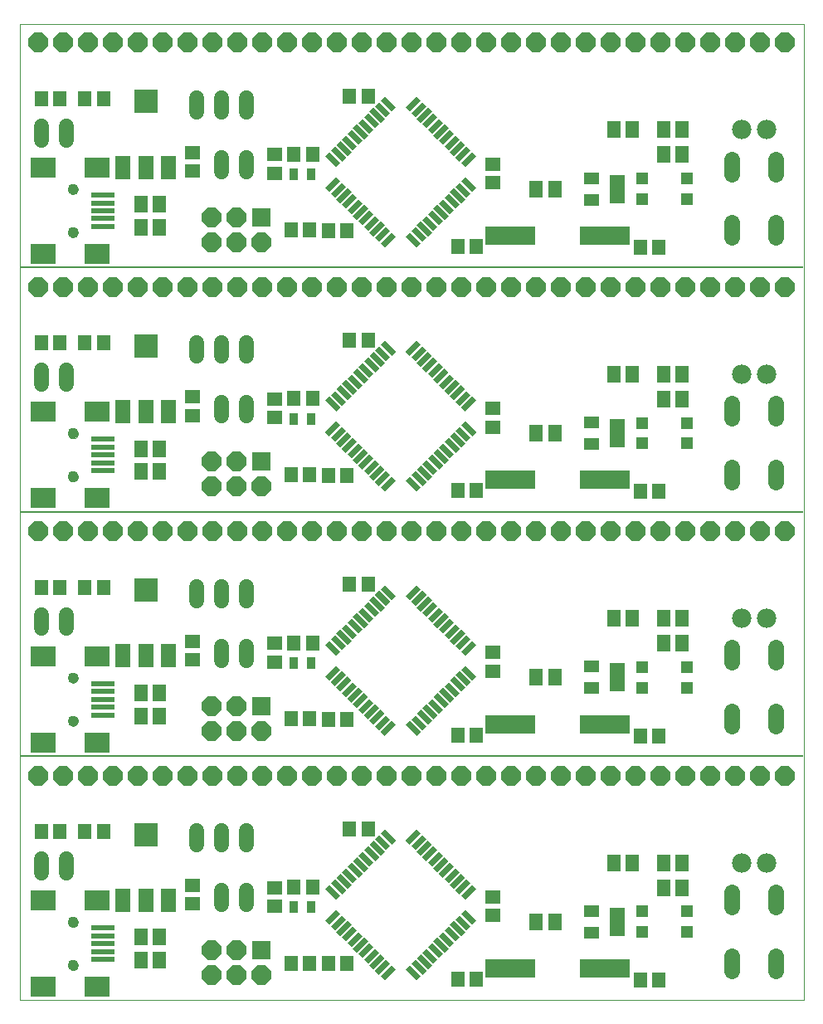
<source format=gts>
G75*
G70*
%OFA0B0*%
%FSLAX24Y24*%
%IPPOS*%
%LPD*%
%AMOC8*
5,1,8,0,0,1.08239X$1,22.5*
%
%ADD10R,3.1500X0.0062*%
%ADD11R,3.1500X0.0063*%
%ADD12C,0.0000*%
%ADD13R,0.0631X0.0237*%
%ADD14R,0.0237X0.0631*%
%ADD15R,0.0552X0.0631*%
%ADD16R,0.0631X0.0552*%
%ADD17R,0.0780X0.0780*%
%ADD18OC8,0.0780*%
%ADD19R,0.0552X0.0670*%
%ADD20C,0.0640*%
%ADD21C,0.0780*%
%ADD22R,0.0985X0.0827*%
%ADD23R,0.0949X0.0237*%
%ADD24C,0.0434*%
%ADD25OC8,0.0800*%
%ADD26R,0.2040X0.0740*%
%ADD27C,0.0600*%
%ADD28R,0.0355X0.0512*%
%ADD29R,0.0640X0.0940*%
%ADD30R,0.0940X0.0940*%
%ADD31R,0.0512X0.0512*%
%ADD32R,0.0591X0.1142*%
%ADD33R,0.0591X0.0512*%
D10*
X015952Y019735D03*
D11*
X015952Y029547D03*
X015952Y029547D03*
X015952Y009922D03*
D12*
X000202Y000141D02*
X000202Y039324D01*
X031698Y039324D01*
X031698Y000141D01*
X000202Y000141D01*
X002148Y001525D02*
X002150Y001552D01*
X002156Y001579D01*
X002165Y001605D01*
X002178Y001629D01*
X002194Y001652D01*
X002213Y001671D01*
X002235Y001688D01*
X002259Y001702D01*
X002284Y001712D01*
X002311Y001719D01*
X002338Y001722D01*
X002366Y001721D01*
X002393Y001716D01*
X002419Y001708D01*
X002443Y001696D01*
X002466Y001680D01*
X002487Y001662D01*
X002504Y001641D01*
X002519Y001617D01*
X002530Y001592D01*
X002538Y001566D01*
X002542Y001539D01*
X002542Y001511D01*
X002538Y001484D01*
X002530Y001458D01*
X002519Y001433D01*
X002504Y001409D01*
X002487Y001388D01*
X002466Y001370D01*
X002444Y001354D01*
X002419Y001342D01*
X002393Y001334D01*
X002366Y001329D01*
X002338Y001328D01*
X002311Y001331D01*
X002284Y001338D01*
X002259Y001348D01*
X002235Y001362D01*
X002213Y001379D01*
X002194Y001398D01*
X002178Y001421D01*
X002165Y001445D01*
X002156Y001471D01*
X002150Y001498D01*
X002148Y001525D01*
X002148Y003257D02*
X002150Y003284D01*
X002156Y003311D01*
X002165Y003337D01*
X002178Y003361D01*
X002194Y003384D01*
X002213Y003403D01*
X002235Y003420D01*
X002259Y003434D01*
X002284Y003444D01*
X002311Y003451D01*
X002338Y003454D01*
X002366Y003453D01*
X002393Y003448D01*
X002419Y003440D01*
X002443Y003428D01*
X002466Y003412D01*
X002487Y003394D01*
X002504Y003373D01*
X002519Y003349D01*
X002530Y003324D01*
X002538Y003298D01*
X002542Y003271D01*
X002542Y003243D01*
X002538Y003216D01*
X002530Y003190D01*
X002519Y003165D01*
X002504Y003141D01*
X002487Y003120D01*
X002466Y003102D01*
X002444Y003086D01*
X002419Y003074D01*
X002393Y003066D01*
X002366Y003061D01*
X002338Y003060D01*
X002311Y003063D01*
X002284Y003070D01*
X002259Y003080D01*
X002235Y003094D01*
X002213Y003111D01*
X002194Y003130D01*
X002178Y003153D01*
X002165Y003177D01*
X002156Y003203D01*
X002150Y003230D01*
X002148Y003257D01*
X002148Y011337D02*
X002150Y011364D01*
X002156Y011391D01*
X002165Y011417D01*
X002178Y011441D01*
X002194Y011464D01*
X002213Y011483D01*
X002235Y011500D01*
X002259Y011514D01*
X002284Y011524D01*
X002311Y011531D01*
X002338Y011534D01*
X002366Y011533D01*
X002393Y011528D01*
X002419Y011520D01*
X002443Y011508D01*
X002466Y011492D01*
X002487Y011474D01*
X002504Y011453D01*
X002519Y011429D01*
X002530Y011404D01*
X002538Y011378D01*
X002542Y011351D01*
X002542Y011323D01*
X002538Y011296D01*
X002530Y011270D01*
X002519Y011245D01*
X002504Y011221D01*
X002487Y011200D01*
X002466Y011182D01*
X002444Y011166D01*
X002419Y011154D01*
X002393Y011146D01*
X002366Y011141D01*
X002338Y011140D01*
X002311Y011143D01*
X002284Y011150D01*
X002259Y011160D01*
X002235Y011174D01*
X002213Y011191D01*
X002194Y011210D01*
X002178Y011233D01*
X002165Y011257D01*
X002156Y011283D01*
X002150Y011310D01*
X002148Y011337D01*
X002148Y013070D02*
X002150Y013097D01*
X002156Y013124D01*
X002165Y013150D01*
X002178Y013174D01*
X002194Y013197D01*
X002213Y013216D01*
X002235Y013233D01*
X002259Y013247D01*
X002284Y013257D01*
X002311Y013264D01*
X002338Y013267D01*
X002366Y013266D01*
X002393Y013261D01*
X002419Y013253D01*
X002443Y013241D01*
X002466Y013225D01*
X002487Y013207D01*
X002504Y013186D01*
X002519Y013162D01*
X002530Y013137D01*
X002538Y013111D01*
X002542Y013084D01*
X002542Y013056D01*
X002538Y013029D01*
X002530Y013003D01*
X002519Y012978D01*
X002504Y012954D01*
X002487Y012933D01*
X002466Y012915D01*
X002444Y012899D01*
X002419Y012887D01*
X002393Y012879D01*
X002366Y012874D01*
X002338Y012873D01*
X002311Y012876D01*
X002284Y012883D01*
X002259Y012893D01*
X002235Y012907D01*
X002213Y012924D01*
X002194Y012943D01*
X002178Y012966D01*
X002165Y012990D01*
X002156Y013016D01*
X002150Y013043D01*
X002148Y013070D01*
X002148Y021150D02*
X002150Y021177D01*
X002156Y021204D01*
X002165Y021230D01*
X002178Y021254D01*
X002194Y021277D01*
X002213Y021296D01*
X002235Y021313D01*
X002259Y021327D01*
X002284Y021337D01*
X002311Y021344D01*
X002338Y021347D01*
X002366Y021346D01*
X002393Y021341D01*
X002419Y021333D01*
X002443Y021321D01*
X002466Y021305D01*
X002487Y021287D01*
X002504Y021266D01*
X002519Y021242D01*
X002530Y021217D01*
X002538Y021191D01*
X002542Y021164D01*
X002542Y021136D01*
X002538Y021109D01*
X002530Y021083D01*
X002519Y021058D01*
X002504Y021034D01*
X002487Y021013D01*
X002466Y020995D01*
X002444Y020979D01*
X002419Y020967D01*
X002393Y020959D01*
X002366Y020954D01*
X002338Y020953D01*
X002311Y020956D01*
X002284Y020963D01*
X002259Y020973D01*
X002235Y020987D01*
X002213Y021004D01*
X002194Y021023D01*
X002178Y021046D01*
X002165Y021070D01*
X002156Y021096D01*
X002150Y021123D01*
X002148Y021150D01*
X002148Y022882D02*
X002150Y022909D01*
X002156Y022936D01*
X002165Y022962D01*
X002178Y022986D01*
X002194Y023009D01*
X002213Y023028D01*
X002235Y023045D01*
X002259Y023059D01*
X002284Y023069D01*
X002311Y023076D01*
X002338Y023079D01*
X002366Y023078D01*
X002393Y023073D01*
X002419Y023065D01*
X002443Y023053D01*
X002466Y023037D01*
X002487Y023019D01*
X002504Y022998D01*
X002519Y022974D01*
X002530Y022949D01*
X002538Y022923D01*
X002542Y022896D01*
X002542Y022868D01*
X002538Y022841D01*
X002530Y022815D01*
X002519Y022790D01*
X002504Y022766D01*
X002487Y022745D01*
X002466Y022727D01*
X002444Y022711D01*
X002419Y022699D01*
X002393Y022691D01*
X002366Y022686D01*
X002338Y022685D01*
X002311Y022688D01*
X002284Y022695D01*
X002259Y022705D01*
X002235Y022719D01*
X002213Y022736D01*
X002194Y022755D01*
X002178Y022778D01*
X002165Y022802D01*
X002156Y022828D01*
X002150Y022855D01*
X002148Y022882D01*
X002148Y030962D02*
X002150Y030989D01*
X002156Y031016D01*
X002165Y031042D01*
X002178Y031066D01*
X002194Y031089D01*
X002213Y031108D01*
X002235Y031125D01*
X002259Y031139D01*
X002284Y031149D01*
X002311Y031156D01*
X002338Y031159D01*
X002366Y031158D01*
X002393Y031153D01*
X002419Y031145D01*
X002443Y031133D01*
X002466Y031117D01*
X002487Y031099D01*
X002504Y031078D01*
X002519Y031054D01*
X002530Y031029D01*
X002538Y031003D01*
X002542Y030976D01*
X002542Y030948D01*
X002538Y030921D01*
X002530Y030895D01*
X002519Y030870D01*
X002504Y030846D01*
X002487Y030825D01*
X002466Y030807D01*
X002444Y030791D01*
X002419Y030779D01*
X002393Y030771D01*
X002366Y030766D01*
X002338Y030765D01*
X002311Y030768D01*
X002284Y030775D01*
X002259Y030785D01*
X002235Y030799D01*
X002213Y030816D01*
X002194Y030835D01*
X002178Y030858D01*
X002165Y030882D01*
X002156Y030908D01*
X002150Y030935D01*
X002148Y030962D01*
X002148Y032695D02*
X002150Y032722D01*
X002156Y032749D01*
X002165Y032775D01*
X002178Y032799D01*
X002194Y032822D01*
X002213Y032841D01*
X002235Y032858D01*
X002259Y032872D01*
X002284Y032882D01*
X002311Y032889D01*
X002338Y032892D01*
X002366Y032891D01*
X002393Y032886D01*
X002419Y032878D01*
X002443Y032866D01*
X002466Y032850D01*
X002487Y032832D01*
X002504Y032811D01*
X002519Y032787D01*
X002530Y032762D01*
X002538Y032736D01*
X002542Y032709D01*
X002542Y032681D01*
X002538Y032654D01*
X002530Y032628D01*
X002519Y032603D01*
X002504Y032579D01*
X002487Y032558D01*
X002466Y032540D01*
X002444Y032524D01*
X002419Y032512D01*
X002393Y032504D01*
X002366Y032499D01*
X002338Y032498D01*
X002311Y032501D01*
X002284Y032508D01*
X002259Y032518D01*
X002235Y032532D01*
X002213Y032549D01*
X002194Y032568D01*
X002178Y032591D01*
X002165Y032615D01*
X002156Y032641D01*
X002150Y032668D01*
X002148Y032695D01*
D13*
G36*
X013091Y033030D02*
X012646Y032585D01*
X012479Y032752D01*
X012924Y033197D01*
X013091Y033030D01*
G37*
G36*
X013314Y032807D02*
X012869Y032362D01*
X012702Y032529D01*
X013147Y032974D01*
X013314Y032807D01*
G37*
G36*
X013537Y032584D02*
X013092Y032139D01*
X012925Y032306D01*
X013370Y032751D01*
X013537Y032584D01*
G37*
G36*
X013759Y032362D02*
X013314Y031917D01*
X013147Y032084D01*
X013592Y032529D01*
X013759Y032362D01*
G37*
G36*
X013982Y032139D02*
X013537Y031694D01*
X013370Y031861D01*
X013815Y032306D01*
X013982Y032139D01*
G37*
G36*
X014205Y031916D02*
X013760Y031471D01*
X013593Y031638D01*
X014038Y032083D01*
X014205Y031916D01*
G37*
G36*
X014427Y031693D02*
X013982Y031248D01*
X013815Y031415D01*
X014260Y031860D01*
X014427Y031693D01*
G37*
G36*
X014650Y031471D02*
X014205Y031026D01*
X014038Y031193D01*
X014483Y031638D01*
X014650Y031471D01*
G37*
G36*
X014873Y031248D02*
X014428Y030803D01*
X014261Y030970D01*
X014706Y031415D01*
X014873Y031248D01*
G37*
G36*
X015096Y031025D02*
X014651Y030580D01*
X014484Y030747D01*
X014929Y031192D01*
X015096Y031025D01*
G37*
G36*
X015318Y030803D02*
X014873Y030358D01*
X014706Y030525D01*
X015151Y030970D01*
X015318Y030803D01*
G37*
G36*
X018325Y034255D02*
X017880Y033810D01*
X017713Y033977D01*
X018158Y034422D01*
X018325Y034255D01*
G37*
G36*
X018548Y034032D02*
X018103Y033587D01*
X017936Y033754D01*
X018381Y034199D01*
X018548Y034032D01*
G37*
G36*
X018102Y034477D02*
X017657Y034032D01*
X017490Y034199D01*
X017935Y034644D01*
X018102Y034477D01*
G37*
G36*
X017879Y034700D02*
X017434Y034255D01*
X017267Y034422D01*
X017712Y034867D01*
X017879Y034700D01*
G37*
G36*
X017657Y034923D02*
X017212Y034478D01*
X017045Y034645D01*
X017490Y035090D01*
X017657Y034923D01*
G37*
G36*
X017434Y035145D02*
X016989Y034700D01*
X016822Y034867D01*
X017267Y035312D01*
X017434Y035145D01*
G37*
G36*
X017211Y035368D02*
X016766Y034923D01*
X016599Y035090D01*
X017044Y035535D01*
X017211Y035368D01*
G37*
G36*
X016989Y035591D02*
X016544Y035146D01*
X016377Y035313D01*
X016822Y035758D01*
X016989Y035591D01*
G37*
G36*
X016766Y035814D02*
X016321Y035369D01*
X016154Y035536D01*
X016599Y035981D01*
X016766Y035814D01*
G37*
G36*
X016543Y036036D02*
X016098Y035591D01*
X015931Y035758D01*
X016376Y036203D01*
X016543Y036036D01*
G37*
G36*
X016320Y036259D02*
X015875Y035814D01*
X015708Y035981D01*
X016153Y036426D01*
X016320Y036259D01*
G37*
G36*
X016320Y026446D02*
X015875Y026001D01*
X015708Y026168D01*
X016153Y026613D01*
X016320Y026446D01*
G37*
G36*
X016543Y026224D02*
X016098Y025779D01*
X015931Y025946D01*
X016376Y026391D01*
X016543Y026224D01*
G37*
G36*
X016766Y026001D02*
X016321Y025556D01*
X016154Y025723D01*
X016599Y026168D01*
X016766Y026001D01*
G37*
G36*
X016989Y025778D02*
X016544Y025333D01*
X016377Y025500D01*
X016822Y025945D01*
X016989Y025778D01*
G37*
G36*
X017211Y025556D02*
X016766Y025111D01*
X016599Y025278D01*
X017044Y025723D01*
X017211Y025556D01*
G37*
G36*
X017434Y025333D02*
X016989Y024888D01*
X016822Y025055D01*
X017267Y025500D01*
X017434Y025333D01*
G37*
G36*
X017657Y025110D02*
X017212Y024665D01*
X017045Y024832D01*
X017490Y025277D01*
X017657Y025110D01*
G37*
G36*
X017879Y024888D02*
X017434Y024443D01*
X017267Y024610D01*
X017712Y025055D01*
X017879Y024888D01*
G37*
G36*
X018102Y024665D02*
X017657Y024220D01*
X017490Y024387D01*
X017935Y024832D01*
X018102Y024665D01*
G37*
G36*
X018325Y024442D02*
X017880Y023997D01*
X017713Y024164D01*
X018158Y024609D01*
X018325Y024442D01*
G37*
G36*
X018548Y024219D02*
X018103Y023774D01*
X017936Y023941D01*
X018381Y024386D01*
X018548Y024219D01*
G37*
G36*
X015318Y020990D02*
X014873Y020545D01*
X014706Y020712D01*
X015151Y021157D01*
X015318Y020990D01*
G37*
G36*
X015096Y021213D02*
X014651Y020768D01*
X014484Y020935D01*
X014929Y021380D01*
X015096Y021213D01*
G37*
G36*
X014873Y021435D02*
X014428Y020990D01*
X014261Y021157D01*
X014706Y021602D01*
X014873Y021435D01*
G37*
G36*
X014650Y021658D02*
X014205Y021213D01*
X014038Y021380D01*
X014483Y021825D01*
X014650Y021658D01*
G37*
G36*
X014427Y021881D02*
X013982Y021436D01*
X013815Y021603D01*
X014260Y022048D01*
X014427Y021881D01*
G37*
G36*
X014205Y022104D02*
X013760Y021659D01*
X013593Y021826D01*
X014038Y022271D01*
X014205Y022104D01*
G37*
G36*
X013982Y022326D02*
X013537Y021881D01*
X013370Y022048D01*
X013815Y022493D01*
X013982Y022326D01*
G37*
G36*
X013759Y022549D02*
X013314Y022104D01*
X013147Y022271D01*
X013592Y022716D01*
X013759Y022549D01*
G37*
G36*
X013537Y022772D02*
X013092Y022327D01*
X012925Y022494D01*
X013370Y022939D01*
X013537Y022772D01*
G37*
G36*
X013314Y022994D02*
X012869Y022549D01*
X012702Y022716D01*
X013147Y023161D01*
X013314Y022994D01*
G37*
G36*
X013091Y023217D02*
X012646Y022772D01*
X012479Y022939D01*
X012924Y023384D01*
X013091Y023217D01*
G37*
G36*
X016320Y016634D02*
X015875Y016189D01*
X015708Y016356D01*
X016153Y016801D01*
X016320Y016634D01*
G37*
G36*
X016543Y016411D02*
X016098Y015966D01*
X015931Y016133D01*
X016376Y016578D01*
X016543Y016411D01*
G37*
G36*
X016766Y016189D02*
X016321Y015744D01*
X016154Y015911D01*
X016599Y016356D01*
X016766Y016189D01*
G37*
G36*
X016989Y015966D02*
X016544Y015521D01*
X016377Y015688D01*
X016822Y016133D01*
X016989Y015966D01*
G37*
G36*
X017211Y015743D02*
X016766Y015298D01*
X016599Y015465D01*
X017044Y015910D01*
X017211Y015743D01*
G37*
G36*
X017434Y015520D02*
X016989Y015075D01*
X016822Y015242D01*
X017267Y015687D01*
X017434Y015520D01*
G37*
G36*
X017657Y015298D02*
X017212Y014853D01*
X017045Y015020D01*
X017490Y015465D01*
X017657Y015298D01*
G37*
G36*
X017879Y015075D02*
X017434Y014630D01*
X017267Y014797D01*
X017712Y015242D01*
X017879Y015075D01*
G37*
G36*
X018102Y014852D02*
X017657Y014407D01*
X017490Y014574D01*
X017935Y015019D01*
X018102Y014852D01*
G37*
G36*
X018325Y014630D02*
X017880Y014185D01*
X017713Y014352D01*
X018158Y014797D01*
X018325Y014630D01*
G37*
G36*
X018548Y014407D02*
X018103Y013962D01*
X017936Y014129D01*
X018381Y014574D01*
X018548Y014407D01*
G37*
G36*
X015318Y011178D02*
X014873Y010733D01*
X014706Y010900D01*
X015151Y011345D01*
X015318Y011178D01*
G37*
G36*
X015096Y011400D02*
X014651Y010955D01*
X014484Y011122D01*
X014929Y011567D01*
X015096Y011400D01*
G37*
G36*
X014873Y011623D02*
X014428Y011178D01*
X014261Y011345D01*
X014706Y011790D01*
X014873Y011623D01*
G37*
G36*
X014650Y011846D02*
X014205Y011401D01*
X014038Y011568D01*
X014483Y012013D01*
X014650Y011846D01*
G37*
G36*
X014427Y012068D02*
X013982Y011623D01*
X013815Y011790D01*
X014260Y012235D01*
X014427Y012068D01*
G37*
G36*
X014205Y012291D02*
X013760Y011846D01*
X013593Y012013D01*
X014038Y012458D01*
X014205Y012291D01*
G37*
G36*
X013982Y012514D02*
X013537Y012069D01*
X013370Y012236D01*
X013815Y012681D01*
X013982Y012514D01*
G37*
G36*
X013759Y012737D02*
X013314Y012292D01*
X013147Y012459D01*
X013592Y012904D01*
X013759Y012737D01*
G37*
G36*
X013537Y012959D02*
X013092Y012514D01*
X012925Y012681D01*
X013370Y013126D01*
X013537Y012959D01*
G37*
G36*
X013314Y013182D02*
X012869Y012737D01*
X012702Y012904D01*
X013147Y013349D01*
X013314Y013182D01*
G37*
G36*
X013091Y013405D02*
X012646Y012960D01*
X012479Y013127D01*
X012924Y013572D01*
X013091Y013405D01*
G37*
G36*
X016320Y006821D02*
X015875Y006376D01*
X015708Y006543D01*
X016153Y006988D01*
X016320Y006821D01*
G37*
G36*
X016543Y006599D02*
X016098Y006154D01*
X015931Y006321D01*
X016376Y006766D01*
X016543Y006599D01*
G37*
G36*
X016766Y006376D02*
X016321Y005931D01*
X016154Y006098D01*
X016599Y006543D01*
X016766Y006376D01*
G37*
G36*
X016989Y006153D02*
X016544Y005708D01*
X016377Y005875D01*
X016822Y006320D01*
X016989Y006153D01*
G37*
G36*
X017211Y005931D02*
X016766Y005486D01*
X016599Y005653D01*
X017044Y006098D01*
X017211Y005931D01*
G37*
G36*
X017434Y005708D02*
X016989Y005263D01*
X016822Y005430D01*
X017267Y005875D01*
X017434Y005708D01*
G37*
G36*
X017657Y005485D02*
X017212Y005040D01*
X017045Y005207D01*
X017490Y005652D01*
X017657Y005485D01*
G37*
G36*
X017879Y005263D02*
X017434Y004818D01*
X017267Y004985D01*
X017712Y005430D01*
X017879Y005263D01*
G37*
G36*
X018102Y005040D02*
X017657Y004595D01*
X017490Y004762D01*
X017935Y005207D01*
X018102Y005040D01*
G37*
G36*
X018325Y004817D02*
X017880Y004372D01*
X017713Y004539D01*
X018158Y004984D01*
X018325Y004817D01*
G37*
G36*
X018548Y004594D02*
X018103Y004149D01*
X017936Y004316D01*
X018381Y004761D01*
X018548Y004594D01*
G37*
G36*
X015318Y001365D02*
X014873Y000920D01*
X014706Y001087D01*
X015151Y001532D01*
X015318Y001365D01*
G37*
G36*
X015096Y001588D02*
X014651Y001143D01*
X014484Y001310D01*
X014929Y001755D01*
X015096Y001588D01*
G37*
G36*
X014873Y001810D02*
X014428Y001365D01*
X014261Y001532D01*
X014706Y001977D01*
X014873Y001810D01*
G37*
G36*
X014650Y002033D02*
X014205Y001588D01*
X014038Y001755D01*
X014483Y002200D01*
X014650Y002033D01*
G37*
G36*
X014427Y002256D02*
X013982Y001811D01*
X013815Y001978D01*
X014260Y002423D01*
X014427Y002256D01*
G37*
G36*
X014205Y002479D02*
X013760Y002034D01*
X013593Y002201D01*
X014038Y002646D01*
X014205Y002479D01*
G37*
G36*
X013982Y002701D02*
X013537Y002256D01*
X013370Y002423D01*
X013815Y002868D01*
X013982Y002701D01*
G37*
G36*
X013759Y002924D02*
X013314Y002479D01*
X013147Y002646D01*
X013592Y003091D01*
X013759Y002924D01*
G37*
G36*
X013537Y003147D02*
X013092Y002702D01*
X012925Y002869D01*
X013370Y003314D01*
X013537Y003147D01*
G37*
G36*
X013314Y003369D02*
X012869Y002924D01*
X012702Y003091D01*
X013147Y003536D01*
X013314Y003369D01*
G37*
G36*
X013091Y003592D02*
X012646Y003147D01*
X012479Y003314D01*
X012924Y003759D01*
X013091Y003592D01*
G37*
D14*
G36*
X013091Y004316D02*
X012924Y004149D01*
X012479Y004594D01*
X012646Y004761D01*
X013091Y004316D01*
G37*
G36*
X013314Y004539D02*
X013147Y004372D01*
X012702Y004817D01*
X012869Y004984D01*
X013314Y004539D01*
G37*
G36*
X013537Y004762D02*
X013370Y004595D01*
X012925Y005040D01*
X013092Y005207D01*
X013537Y004762D01*
G37*
G36*
X013759Y004985D02*
X013592Y004818D01*
X013147Y005263D01*
X013314Y005430D01*
X013759Y004985D01*
G37*
G36*
X013982Y005207D02*
X013815Y005040D01*
X013370Y005485D01*
X013537Y005652D01*
X013982Y005207D01*
G37*
G36*
X014205Y005430D02*
X014038Y005263D01*
X013593Y005708D01*
X013760Y005875D01*
X014205Y005430D01*
G37*
G36*
X014427Y005653D02*
X014260Y005486D01*
X013815Y005931D01*
X013982Y006098D01*
X014427Y005653D01*
G37*
G36*
X014650Y005875D02*
X014483Y005708D01*
X014038Y006153D01*
X014205Y006320D01*
X014650Y005875D01*
G37*
G36*
X014873Y006098D02*
X014706Y005931D01*
X014261Y006376D01*
X014428Y006543D01*
X014873Y006098D01*
G37*
G36*
X015096Y006321D02*
X014929Y006154D01*
X014484Y006599D01*
X014651Y006766D01*
X015096Y006321D01*
G37*
G36*
X015318Y006543D02*
X015151Y006376D01*
X014706Y006821D01*
X014873Y006988D01*
X015318Y006543D01*
G37*
G36*
X018548Y003314D02*
X018381Y003147D01*
X017936Y003592D01*
X018103Y003759D01*
X018548Y003314D01*
G37*
G36*
X018325Y003091D02*
X018158Y002924D01*
X017713Y003369D01*
X017880Y003536D01*
X018325Y003091D01*
G37*
G36*
X018102Y002869D02*
X017935Y002702D01*
X017490Y003147D01*
X017657Y003314D01*
X018102Y002869D01*
G37*
G36*
X017879Y002646D02*
X017712Y002479D01*
X017267Y002924D01*
X017434Y003091D01*
X017879Y002646D01*
G37*
G36*
X017657Y002423D02*
X017490Y002256D01*
X017045Y002701D01*
X017212Y002868D01*
X017657Y002423D01*
G37*
G36*
X017434Y002201D02*
X017267Y002034D01*
X016822Y002479D01*
X016989Y002646D01*
X017434Y002201D01*
G37*
G36*
X017211Y001978D02*
X017044Y001811D01*
X016599Y002256D01*
X016766Y002423D01*
X017211Y001978D01*
G37*
G36*
X016989Y001755D02*
X016822Y001588D01*
X016377Y002033D01*
X016544Y002200D01*
X016989Y001755D01*
G37*
G36*
X016766Y001532D02*
X016599Y001365D01*
X016154Y001810D01*
X016321Y001977D01*
X016766Y001532D01*
G37*
G36*
X016543Y001310D02*
X016376Y001143D01*
X015931Y001588D01*
X016098Y001755D01*
X016543Y001310D01*
G37*
G36*
X016320Y001087D02*
X016153Y000920D01*
X015708Y001365D01*
X015875Y001532D01*
X016320Y001087D01*
G37*
G36*
X016320Y010900D02*
X016153Y010733D01*
X015708Y011178D01*
X015875Y011345D01*
X016320Y010900D01*
G37*
G36*
X016543Y011122D02*
X016376Y010955D01*
X015931Y011400D01*
X016098Y011567D01*
X016543Y011122D01*
G37*
G36*
X016766Y011345D02*
X016599Y011178D01*
X016154Y011623D01*
X016321Y011790D01*
X016766Y011345D01*
G37*
G36*
X016989Y011568D02*
X016822Y011401D01*
X016377Y011846D01*
X016544Y012013D01*
X016989Y011568D01*
G37*
G36*
X017211Y011790D02*
X017044Y011623D01*
X016599Y012068D01*
X016766Y012235D01*
X017211Y011790D01*
G37*
G36*
X017434Y012013D02*
X017267Y011846D01*
X016822Y012291D01*
X016989Y012458D01*
X017434Y012013D01*
G37*
G36*
X017657Y012236D02*
X017490Y012069D01*
X017045Y012514D01*
X017212Y012681D01*
X017657Y012236D01*
G37*
G36*
X017879Y012459D02*
X017712Y012292D01*
X017267Y012737D01*
X017434Y012904D01*
X017879Y012459D01*
G37*
G36*
X018102Y012681D02*
X017935Y012514D01*
X017490Y012959D01*
X017657Y013126D01*
X018102Y012681D01*
G37*
G36*
X018325Y012904D02*
X018158Y012737D01*
X017713Y013182D01*
X017880Y013349D01*
X018325Y012904D01*
G37*
G36*
X018548Y013127D02*
X018381Y012960D01*
X017936Y013405D01*
X018103Y013572D01*
X018548Y013127D01*
G37*
G36*
X015318Y016356D02*
X015151Y016189D01*
X014706Y016634D01*
X014873Y016801D01*
X015318Y016356D01*
G37*
G36*
X015096Y016133D02*
X014929Y015966D01*
X014484Y016411D01*
X014651Y016578D01*
X015096Y016133D01*
G37*
G36*
X014873Y015911D02*
X014706Y015744D01*
X014261Y016189D01*
X014428Y016356D01*
X014873Y015911D01*
G37*
G36*
X014650Y015688D02*
X014483Y015521D01*
X014038Y015966D01*
X014205Y016133D01*
X014650Y015688D01*
G37*
G36*
X014427Y015465D02*
X014260Y015298D01*
X013815Y015743D01*
X013982Y015910D01*
X014427Y015465D01*
G37*
G36*
X014205Y015242D02*
X014038Y015075D01*
X013593Y015520D01*
X013760Y015687D01*
X014205Y015242D01*
G37*
G36*
X013982Y015020D02*
X013815Y014853D01*
X013370Y015298D01*
X013537Y015465D01*
X013982Y015020D01*
G37*
G36*
X013759Y014797D02*
X013592Y014630D01*
X013147Y015075D01*
X013314Y015242D01*
X013759Y014797D01*
G37*
G36*
X013537Y014574D02*
X013370Y014407D01*
X012925Y014852D01*
X013092Y015019D01*
X013537Y014574D01*
G37*
G36*
X013314Y014352D02*
X013147Y014185D01*
X012702Y014630D01*
X012869Y014797D01*
X013314Y014352D01*
G37*
G36*
X013091Y014129D02*
X012924Y013962D01*
X012479Y014407D01*
X012646Y014574D01*
X013091Y014129D01*
G37*
G36*
X016320Y020712D02*
X016153Y020545D01*
X015708Y020990D01*
X015875Y021157D01*
X016320Y020712D01*
G37*
G36*
X016543Y020935D02*
X016376Y020768D01*
X015931Y021213D01*
X016098Y021380D01*
X016543Y020935D01*
G37*
G36*
X016766Y021157D02*
X016599Y020990D01*
X016154Y021435D01*
X016321Y021602D01*
X016766Y021157D01*
G37*
G36*
X016989Y021380D02*
X016822Y021213D01*
X016377Y021658D01*
X016544Y021825D01*
X016989Y021380D01*
G37*
G36*
X017211Y021603D02*
X017044Y021436D01*
X016599Y021881D01*
X016766Y022048D01*
X017211Y021603D01*
G37*
G36*
X017434Y021826D02*
X017267Y021659D01*
X016822Y022104D01*
X016989Y022271D01*
X017434Y021826D01*
G37*
G36*
X017657Y022048D02*
X017490Y021881D01*
X017045Y022326D01*
X017212Y022493D01*
X017657Y022048D01*
G37*
G36*
X017879Y022271D02*
X017712Y022104D01*
X017267Y022549D01*
X017434Y022716D01*
X017879Y022271D01*
G37*
G36*
X018102Y022494D02*
X017935Y022327D01*
X017490Y022772D01*
X017657Y022939D01*
X018102Y022494D01*
G37*
G36*
X018325Y022716D02*
X018158Y022549D01*
X017713Y022994D01*
X017880Y023161D01*
X018325Y022716D01*
G37*
G36*
X018548Y022939D02*
X018381Y022772D01*
X017936Y023217D01*
X018103Y023384D01*
X018548Y022939D01*
G37*
G36*
X015318Y026168D02*
X015151Y026001D01*
X014706Y026446D01*
X014873Y026613D01*
X015318Y026168D01*
G37*
G36*
X015096Y025946D02*
X014929Y025779D01*
X014484Y026224D01*
X014651Y026391D01*
X015096Y025946D01*
G37*
G36*
X014873Y025723D02*
X014706Y025556D01*
X014261Y026001D01*
X014428Y026168D01*
X014873Y025723D01*
G37*
G36*
X014650Y025500D02*
X014483Y025333D01*
X014038Y025778D01*
X014205Y025945D01*
X014650Y025500D01*
G37*
G36*
X014427Y025278D02*
X014260Y025111D01*
X013815Y025556D01*
X013982Y025723D01*
X014427Y025278D01*
G37*
G36*
X014205Y025055D02*
X014038Y024888D01*
X013593Y025333D01*
X013760Y025500D01*
X014205Y025055D01*
G37*
G36*
X013982Y024832D02*
X013815Y024665D01*
X013370Y025110D01*
X013537Y025277D01*
X013982Y024832D01*
G37*
G36*
X013759Y024610D02*
X013592Y024443D01*
X013147Y024888D01*
X013314Y025055D01*
X013759Y024610D01*
G37*
G36*
X013537Y024387D02*
X013370Y024220D01*
X012925Y024665D01*
X013092Y024832D01*
X013537Y024387D01*
G37*
G36*
X013314Y024164D02*
X013147Y023997D01*
X012702Y024442D01*
X012869Y024609D01*
X013314Y024164D01*
G37*
G36*
X013091Y023941D02*
X012924Y023774D01*
X012479Y024219D01*
X012646Y024386D01*
X013091Y023941D01*
G37*
G36*
X016320Y030525D02*
X016153Y030358D01*
X015708Y030803D01*
X015875Y030970D01*
X016320Y030525D01*
G37*
G36*
X016543Y030747D02*
X016376Y030580D01*
X015931Y031025D01*
X016098Y031192D01*
X016543Y030747D01*
G37*
G36*
X016766Y030970D02*
X016599Y030803D01*
X016154Y031248D01*
X016321Y031415D01*
X016766Y030970D01*
G37*
G36*
X016989Y031193D02*
X016822Y031026D01*
X016377Y031471D01*
X016544Y031638D01*
X016989Y031193D01*
G37*
G36*
X017211Y031415D02*
X017044Y031248D01*
X016599Y031693D01*
X016766Y031860D01*
X017211Y031415D01*
G37*
G36*
X017434Y031638D02*
X017267Y031471D01*
X016822Y031916D01*
X016989Y032083D01*
X017434Y031638D01*
G37*
G36*
X017657Y031861D02*
X017490Y031694D01*
X017045Y032139D01*
X017212Y032306D01*
X017657Y031861D01*
G37*
G36*
X017879Y032084D02*
X017712Y031917D01*
X017267Y032362D01*
X017434Y032529D01*
X017879Y032084D01*
G37*
G36*
X018102Y032306D02*
X017935Y032139D01*
X017490Y032584D01*
X017657Y032751D01*
X018102Y032306D01*
G37*
G36*
X018325Y032529D02*
X018158Y032362D01*
X017713Y032807D01*
X017880Y032974D01*
X018325Y032529D01*
G37*
G36*
X018548Y032752D02*
X018381Y032585D01*
X017936Y033030D01*
X018103Y033197D01*
X018548Y032752D01*
G37*
G36*
X015318Y035981D02*
X015151Y035814D01*
X014706Y036259D01*
X014873Y036426D01*
X015318Y035981D01*
G37*
G36*
X015096Y035758D02*
X014929Y035591D01*
X014484Y036036D01*
X014651Y036203D01*
X015096Y035758D01*
G37*
G36*
X014873Y035536D02*
X014706Y035369D01*
X014261Y035814D01*
X014428Y035981D01*
X014873Y035536D01*
G37*
G36*
X014650Y035313D02*
X014483Y035146D01*
X014038Y035591D01*
X014205Y035758D01*
X014650Y035313D01*
G37*
G36*
X014427Y035090D02*
X014260Y034923D01*
X013815Y035368D01*
X013982Y035535D01*
X014427Y035090D01*
G37*
G36*
X014205Y034867D02*
X014038Y034700D01*
X013593Y035145D01*
X013760Y035312D01*
X014205Y034867D01*
G37*
G36*
X013982Y034645D02*
X013815Y034478D01*
X013370Y034923D01*
X013537Y035090D01*
X013982Y034645D01*
G37*
G36*
X013759Y034422D02*
X013592Y034255D01*
X013147Y034700D01*
X013314Y034867D01*
X013759Y034422D01*
G37*
G36*
X013537Y034199D02*
X013370Y034032D01*
X012925Y034477D01*
X013092Y034644D01*
X013537Y034199D01*
G37*
G36*
X013314Y033977D02*
X013147Y033810D01*
X012702Y034255D01*
X012869Y034422D01*
X013314Y033977D01*
G37*
G36*
X013091Y033754D02*
X012924Y033587D01*
X012479Y034032D01*
X012646Y034199D01*
X013091Y033754D01*
G37*
D15*
X011966Y034094D03*
X011218Y034094D03*
X011108Y031049D03*
X011856Y031049D03*
X012603Y031019D03*
X013351Y031019D03*
X013463Y026631D03*
X014211Y026631D03*
X011966Y024281D03*
X011218Y024281D03*
X011108Y021236D03*
X011856Y021236D03*
X012603Y021206D03*
X013351Y021206D03*
X013463Y016819D03*
X014211Y016819D03*
X011966Y014469D03*
X011218Y014469D03*
X011108Y011424D03*
X011856Y011424D03*
X012603Y011394D03*
X013351Y011394D03*
X013463Y007006D03*
X014211Y007006D03*
X011966Y004656D03*
X011218Y004656D03*
X011108Y001611D03*
X011856Y001611D03*
X012603Y001581D03*
X013351Y001581D03*
X017803Y000961D03*
X018551Y000961D03*
X025133Y000931D03*
X025881Y000931D03*
X025881Y010744D03*
X025133Y010744D03*
X018551Y010774D03*
X017803Y010774D03*
X017803Y020586D03*
X018551Y020586D03*
X025133Y020556D03*
X025881Y020556D03*
X025881Y030369D03*
X025133Y030369D03*
X018551Y030399D03*
X017803Y030399D03*
X014211Y036444D03*
X013463Y036444D03*
X003576Y036329D03*
X002828Y036329D03*
X001826Y036329D03*
X001078Y036329D03*
X001078Y026516D03*
X001826Y026516D03*
X002828Y026516D03*
X003576Y026516D03*
X003576Y016704D03*
X002828Y016704D03*
X001826Y016704D03*
X001078Y016704D03*
X001078Y006891D03*
X001826Y006891D03*
X002828Y006891D03*
X003576Y006891D03*
D16*
X007147Y004730D03*
X007147Y003982D03*
X010452Y003892D03*
X010452Y004640D03*
X010452Y013705D03*
X010452Y014453D03*
X007147Y014543D03*
X007147Y013795D03*
X007147Y023607D03*
X007147Y024355D03*
X010452Y024265D03*
X010452Y023517D03*
X010452Y033330D03*
X010452Y034078D03*
X007147Y034168D03*
X007147Y033420D03*
X019202Y033703D03*
X019202Y032955D03*
X019202Y023890D03*
X019202Y023142D03*
X019202Y014078D03*
X019202Y013330D03*
X019202Y004265D03*
X019202Y003517D03*
D17*
X009902Y002131D03*
X009902Y011944D03*
X009902Y021756D03*
X009902Y031569D03*
D18*
X009902Y030569D03*
X008902Y030569D03*
X008902Y031569D03*
X007902Y031569D03*
X007902Y030569D03*
X007902Y021756D03*
X008902Y021756D03*
X008902Y020756D03*
X007902Y020756D03*
X009902Y020756D03*
X008902Y011944D03*
X008902Y010944D03*
X007902Y010944D03*
X007902Y011944D03*
X009902Y010944D03*
X008902Y002131D03*
X008902Y001131D03*
X007902Y001131D03*
X007902Y002131D03*
X009902Y001131D03*
D19*
X005826Y001731D03*
X005826Y002651D03*
X005078Y002651D03*
X005078Y001731D03*
X005078Y011544D03*
X005078Y012464D03*
X005826Y012464D03*
X005826Y011544D03*
X005826Y021356D03*
X005826Y022276D03*
X005078Y022276D03*
X005078Y021356D03*
X005078Y031169D03*
X005078Y032089D03*
X005826Y032089D03*
X005826Y031169D03*
X020953Y032704D03*
X021701Y032704D03*
X024078Y035079D03*
X024826Y035079D03*
X026078Y035079D03*
X026826Y035079D03*
X026826Y034079D03*
X026078Y034079D03*
X026078Y025266D03*
X026826Y025266D03*
X026826Y024266D03*
X026078Y024266D03*
X024826Y025266D03*
X024078Y025266D03*
X021701Y022891D03*
X020953Y022891D03*
X024078Y015454D03*
X024826Y015454D03*
X026078Y015454D03*
X026078Y014454D03*
X026826Y014454D03*
X026826Y015454D03*
X021701Y013079D03*
X020953Y013079D03*
X024078Y005641D03*
X024826Y005641D03*
X026078Y005641D03*
X026078Y004641D03*
X026826Y004641D03*
X026826Y005641D03*
X021701Y003266D03*
X020953Y003266D03*
D20*
X028812Y003871D02*
X028812Y004471D01*
X030592Y004471D02*
X030592Y003871D01*
X030592Y001911D02*
X030592Y001311D01*
X028812Y001311D02*
X028812Y001911D01*
X028812Y011124D02*
X028812Y011724D01*
X028812Y013684D02*
X028812Y014284D01*
X030592Y014284D02*
X030592Y013684D01*
X030592Y011724D02*
X030592Y011124D01*
X030592Y020936D02*
X030592Y021536D01*
X030592Y023496D02*
X030592Y024096D01*
X028812Y024096D02*
X028812Y023496D01*
X028812Y021536D02*
X028812Y020936D01*
X028812Y030749D02*
X028812Y031349D01*
X028812Y033309D02*
X028812Y033909D01*
X030592Y033909D02*
X030592Y033309D01*
X030592Y031349D02*
X030592Y030749D01*
D21*
X030202Y035079D03*
X029202Y035079D03*
X029202Y025266D03*
X030202Y025266D03*
X030202Y015454D03*
X029202Y015454D03*
X029202Y005641D03*
X030202Y005641D03*
D22*
X003330Y004123D03*
X001164Y004123D03*
X001164Y000659D03*
X003330Y000659D03*
X003330Y010471D03*
X001164Y010471D03*
X001164Y013936D03*
X003330Y013936D03*
X003330Y020284D03*
X001164Y020284D03*
X001164Y023748D03*
X003330Y023748D03*
X003330Y030096D03*
X001164Y030096D03*
X001164Y033561D03*
X003330Y033561D03*
D23*
X003552Y032459D03*
X003552Y032144D03*
X003552Y031829D03*
X003552Y031514D03*
X003552Y031199D03*
X003552Y022646D03*
X003552Y022331D03*
X003552Y022016D03*
X003552Y021701D03*
X003552Y021386D03*
X003552Y012834D03*
X003552Y012519D03*
X003552Y012204D03*
X003552Y011889D03*
X003552Y011574D03*
X003552Y003021D03*
X003552Y002706D03*
X003552Y002391D03*
X003552Y002076D03*
X003552Y001761D03*
D24*
X002345Y001525D03*
X002345Y003257D03*
X002345Y011337D03*
X002345Y013070D03*
X002345Y021150D03*
X002345Y022882D03*
X002345Y030962D03*
X002345Y032695D03*
D25*
X001952Y028766D03*
X002952Y028766D03*
X003952Y028766D03*
X004952Y028766D03*
X005952Y028766D03*
X006952Y028766D03*
X007952Y028766D03*
X008952Y028766D03*
X009952Y028766D03*
X010952Y028766D03*
X011952Y028766D03*
X012952Y028766D03*
X013952Y028766D03*
X014952Y028766D03*
X015952Y028766D03*
X016952Y028766D03*
X017952Y028766D03*
X018952Y028766D03*
X019952Y028766D03*
X020952Y028766D03*
X021952Y028766D03*
X022952Y028766D03*
X023952Y028766D03*
X024952Y028766D03*
X025952Y028766D03*
X026952Y028766D03*
X027952Y028766D03*
X028952Y028766D03*
X029952Y028766D03*
X030952Y028766D03*
X030952Y018954D03*
X029952Y018954D03*
X028952Y018954D03*
X027952Y018954D03*
X026952Y018954D03*
X025952Y018954D03*
X024952Y018954D03*
X023952Y018954D03*
X022952Y018954D03*
X021952Y018954D03*
X020952Y018954D03*
X019952Y018954D03*
X018952Y018954D03*
X017952Y018954D03*
X016952Y018954D03*
X015952Y018954D03*
X014952Y018954D03*
X013952Y018954D03*
X012952Y018954D03*
X011952Y018954D03*
X010952Y018954D03*
X009952Y018954D03*
X008952Y018954D03*
X007952Y018954D03*
X006952Y018954D03*
X005952Y018954D03*
X004952Y018954D03*
X003952Y018954D03*
X002952Y018954D03*
X001952Y018954D03*
X000952Y018954D03*
X000952Y028766D03*
X000952Y038579D03*
X001952Y038579D03*
X002952Y038579D03*
X003952Y038579D03*
X004952Y038579D03*
X005952Y038579D03*
X006952Y038579D03*
X007952Y038579D03*
X008952Y038579D03*
X009952Y038579D03*
X010952Y038579D03*
X011952Y038579D03*
X012952Y038579D03*
X013952Y038579D03*
X014952Y038579D03*
X015952Y038579D03*
X016952Y038579D03*
X017952Y038579D03*
X018952Y038579D03*
X019952Y038579D03*
X020952Y038579D03*
X021952Y038579D03*
X022952Y038579D03*
X023952Y038579D03*
X024952Y038579D03*
X025952Y038579D03*
X026952Y038579D03*
X027952Y038579D03*
X028952Y038579D03*
X029952Y038579D03*
X030952Y038579D03*
X030952Y009141D03*
X029952Y009141D03*
X028952Y009141D03*
X027952Y009141D03*
X026952Y009141D03*
X025952Y009141D03*
X024952Y009141D03*
X023952Y009141D03*
X022952Y009141D03*
X021952Y009141D03*
X020952Y009141D03*
X019952Y009141D03*
X018952Y009141D03*
X017952Y009141D03*
X016952Y009141D03*
X015952Y009141D03*
X014952Y009141D03*
X013952Y009141D03*
X012952Y009141D03*
X011952Y009141D03*
X010952Y009141D03*
X009952Y009141D03*
X008952Y009141D03*
X007952Y009141D03*
X006952Y009141D03*
X005952Y009141D03*
X004952Y009141D03*
X003952Y009141D03*
X002952Y009141D03*
X001952Y009141D03*
X000952Y009141D03*
D26*
X019927Y011204D03*
X023727Y011204D03*
X023727Y021016D03*
X019927Y021016D03*
X019927Y030829D03*
X023727Y030829D03*
X023727Y001391D03*
X019927Y001391D03*
D27*
X009322Y003956D02*
X009322Y004516D01*
X008322Y004516D02*
X008322Y003956D01*
X008312Y006356D02*
X008312Y006916D01*
X009312Y006916D02*
X009312Y006356D01*
X007312Y006356D02*
X007312Y006916D01*
X002077Y005796D02*
X002077Y005236D01*
X001077Y005236D02*
X001077Y005796D01*
X001077Y015049D02*
X001077Y015609D01*
X002077Y015609D02*
X002077Y015049D01*
X007312Y016169D02*
X007312Y016729D01*
X008312Y016729D02*
X008312Y016169D01*
X009312Y016169D02*
X009312Y016729D01*
X009322Y014329D02*
X009322Y013769D01*
X008322Y013769D02*
X008322Y014329D01*
X008322Y023581D02*
X008322Y024141D01*
X009322Y024141D02*
X009322Y023581D01*
X009312Y025981D02*
X009312Y026541D01*
X008312Y026541D02*
X008312Y025981D01*
X007312Y025981D02*
X007312Y026541D01*
X002077Y025421D02*
X002077Y024861D01*
X001077Y024861D02*
X001077Y025421D01*
X001077Y034674D02*
X001077Y035234D01*
X002077Y035234D02*
X002077Y034674D01*
X007312Y035794D02*
X007312Y036354D01*
X008312Y036354D02*
X008312Y035794D01*
X009312Y035794D02*
X009312Y036354D01*
X009322Y033954D02*
X009322Y033394D01*
X008322Y033394D02*
X008322Y033954D01*
D28*
X011207Y033289D03*
X011916Y033289D03*
X011916Y023476D03*
X011207Y023476D03*
X011207Y013664D03*
X011916Y013664D03*
X011916Y003851D03*
X011207Y003851D03*
D29*
X006175Y004134D03*
X005265Y004134D03*
X004355Y004134D03*
X004355Y013947D03*
X005265Y013947D03*
X006175Y013947D03*
X006175Y023759D03*
X005265Y023759D03*
X004355Y023759D03*
X004355Y033572D03*
X005265Y033572D03*
X006175Y033572D03*
D30*
X005265Y036212D03*
X005265Y026399D03*
X005265Y016587D03*
X005265Y006774D03*
D31*
X025202Y003679D03*
X025202Y002853D03*
X027014Y002853D03*
X027014Y003679D03*
X027014Y012665D03*
X027014Y013492D03*
X025202Y013492D03*
X025202Y012665D03*
X025202Y022478D03*
X025202Y023304D03*
X027014Y023304D03*
X027014Y022478D03*
X027014Y032290D03*
X027014Y033117D03*
X025202Y033117D03*
X025202Y032290D03*
D32*
X024213Y032704D03*
X024213Y022891D03*
X024213Y013079D03*
X024213Y003266D03*
D33*
X023190Y002833D03*
X023190Y003699D03*
X023190Y012646D03*
X023190Y013512D03*
X023190Y022458D03*
X023190Y023324D03*
X023190Y032271D03*
X023190Y033137D03*
M02*

</source>
